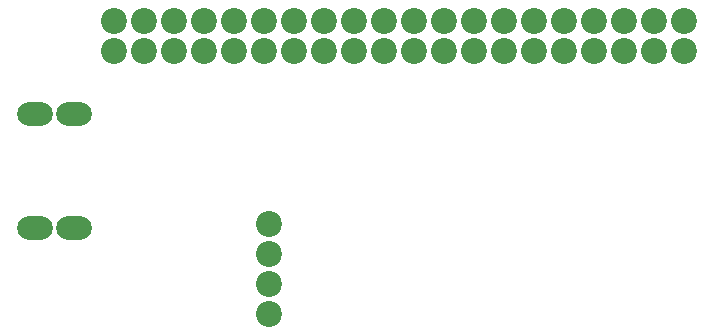
<source format=gbr>
%FSLAX34Y34*%
%MOMM*%
%LNSOLDERMASK_BOTTOM*%
G71*
G01*
%ADD10C, 2.20*%
%ADD11C, 2.00*%
%LPD*%
X580231Y965994D02*
G54D10*
D03*
X580230Y940590D02*
G54D10*
D03*
X554831Y965994D02*
G54D10*
D03*
X554831Y940594D02*
G54D10*
D03*
X529431Y965994D02*
G54D10*
D03*
X529431Y940594D02*
G54D10*
D03*
X504030Y965990D02*
G54D10*
D03*
X504031Y940594D02*
G54D10*
D03*
X478631Y965994D02*
G54D10*
D03*
X478631Y940594D02*
G54D10*
D03*
X453230Y965990D02*
G54D10*
D03*
X453231Y940594D02*
G54D10*
D03*
X427831Y965994D02*
G54D10*
D03*
X427831Y940594D02*
G54D10*
D03*
X402431Y965994D02*
G54D10*
D03*
X402430Y940590D02*
G54D10*
D03*
X377031Y965994D02*
G54D10*
D03*
X377031Y940594D02*
G54D10*
D03*
X351631Y965994D02*
G54D10*
D03*
X351631Y940594D02*
G54D10*
D03*
X326230Y965990D02*
G54D10*
D03*
X326231Y940594D02*
G54D10*
D03*
X300831Y965994D02*
G54D10*
D03*
X300831Y940594D02*
G54D10*
D03*
X275431Y965994D02*
G54D10*
D03*
X275431Y940594D02*
G54D10*
D03*
X250030Y965990D02*
G54D10*
D03*
X250031Y940594D02*
G54D10*
D03*
X224631Y965994D02*
G54D10*
D03*
X224631Y940594D02*
G54D10*
D03*
X199231Y965994D02*
G54D10*
D03*
X199230Y940590D02*
G54D10*
D03*
X173831Y965994D02*
G54D10*
D03*
X173831Y940594D02*
G54D10*
D03*
X148430Y965990D02*
G54D10*
D03*
X123031Y965994D02*
G54D10*
D03*
X97631Y965994D02*
G54D10*
D03*
X148431Y940594D02*
G54D10*
D03*
X123031Y940594D02*
G54D10*
D03*
X97631Y940594D02*
G54D10*
D03*
X35926Y886972D02*
G54D11*
D03*
X35529Y886972D02*
G54D11*
D03*
X35132Y886972D02*
G54D11*
D03*
X34735Y886972D02*
G54D11*
D03*
X34338Y886972D02*
G54D11*
D03*
X33941Y886972D02*
G54D11*
D03*
X33544Y886972D02*
G54D11*
D03*
X33147Y886972D02*
G54D11*
D03*
X32750Y886972D02*
G54D11*
D03*
X32354Y886972D02*
G54D11*
D03*
X31957Y886972D02*
G54D11*
D03*
X31560Y886972D02*
G54D11*
D03*
X31163Y886972D02*
G54D11*
D03*
X30766Y886972D02*
G54D11*
D03*
X30369Y886972D02*
G54D11*
D03*
X29972Y886972D02*
G54D11*
D03*
X29972Y886972D02*
G54D11*
D03*
X29576Y886972D02*
G54D11*
D03*
X29179Y886972D02*
G54D11*
D03*
X28782Y886972D02*
G54D11*
D03*
X28385Y886972D02*
G54D11*
D03*
X27988Y886972D02*
G54D11*
D03*
X27591Y886972D02*
G54D11*
D03*
X27194Y886972D02*
G54D11*
D03*
X26797Y886972D02*
G54D11*
D03*
X26400Y886972D02*
G54D11*
D03*
X26004Y886972D02*
G54D11*
D03*
X25607Y886972D02*
G54D11*
D03*
X25210Y886972D02*
G54D11*
D03*
X68866Y790134D02*
G54D11*
D03*
X68469Y790134D02*
G54D11*
D03*
X68072Y790134D02*
G54D11*
D03*
X67676Y790134D02*
G54D11*
D03*
X67279Y790134D02*
G54D11*
D03*
X66882Y790134D02*
G54D11*
D03*
X66485Y790134D02*
G54D11*
D03*
X66088Y790134D02*
G54D11*
D03*
X65691Y790134D02*
G54D11*
D03*
X65294Y790134D02*
G54D11*
D03*
X64897Y790134D02*
G54D11*
D03*
X64500Y790134D02*
G54D11*
D03*
X64104Y790134D02*
G54D11*
D03*
X63707Y790134D02*
G54D11*
D03*
X63310Y790134D02*
G54D11*
D03*
X62913Y790134D02*
G54D11*
D03*
X62913Y790134D02*
G54D11*
D03*
X62516Y790134D02*
G54D11*
D03*
X62119Y790134D02*
G54D11*
D03*
X61722Y790134D02*
G54D11*
D03*
X61326Y790134D02*
G54D11*
D03*
X60929Y790134D02*
G54D11*
D03*
X60532Y790134D02*
G54D11*
D03*
X60135Y790134D02*
G54D11*
D03*
X59738Y790134D02*
G54D11*
D03*
X59341Y790134D02*
G54D11*
D03*
X58944Y790134D02*
G54D11*
D03*
X58547Y790134D02*
G54D11*
D03*
X58150Y790134D02*
G54D11*
D03*
X68866Y886972D02*
G54D11*
D03*
X68469Y886972D02*
G54D11*
D03*
X68072Y886972D02*
G54D11*
D03*
X67676Y886972D02*
G54D11*
D03*
X67279Y886972D02*
G54D11*
D03*
X66882Y886972D02*
G54D11*
D03*
X66485Y886972D02*
G54D11*
D03*
X66088Y886972D02*
G54D11*
D03*
X65691Y886972D02*
G54D11*
D03*
X65294Y886972D02*
G54D11*
D03*
X64897Y886972D02*
G54D11*
D03*
X64500Y886972D02*
G54D11*
D03*
X64104Y886972D02*
G54D11*
D03*
X63707Y886972D02*
G54D11*
D03*
X63310Y886972D02*
G54D11*
D03*
X62913Y886972D02*
G54D11*
D03*
X62913Y886972D02*
G54D11*
D03*
X62516Y886972D02*
G54D11*
D03*
X62119Y886972D02*
G54D11*
D03*
X61722Y886972D02*
G54D11*
D03*
X61326Y886972D02*
G54D11*
D03*
X60929Y886972D02*
G54D11*
D03*
X60532Y886972D02*
G54D11*
D03*
X60135Y886972D02*
G54D11*
D03*
X59738Y886972D02*
G54D11*
D03*
X59341Y886972D02*
G54D11*
D03*
X58944Y886972D02*
G54D11*
D03*
X58547Y886972D02*
G54D11*
D03*
X58150Y886972D02*
G54D11*
D03*
X35926Y790134D02*
G54D11*
D03*
X35529Y790134D02*
G54D11*
D03*
X35132Y790134D02*
G54D11*
D03*
X34735Y790134D02*
G54D11*
D03*
X34338Y790134D02*
G54D11*
D03*
X33941Y790134D02*
G54D11*
D03*
X33544Y790134D02*
G54D11*
D03*
X33147Y790134D02*
G54D11*
D03*
X32750Y790134D02*
G54D11*
D03*
X32354Y790134D02*
G54D11*
D03*
X31957Y790134D02*
G54D11*
D03*
X31560Y790134D02*
G54D11*
D03*
X31163Y790134D02*
G54D11*
D03*
X30766Y790134D02*
G54D11*
D03*
X30369Y790134D02*
G54D11*
D03*
X29972Y790134D02*
G54D11*
D03*
X29972Y790134D02*
G54D11*
D03*
X29576Y790134D02*
G54D11*
D03*
X29179Y790134D02*
G54D11*
D03*
X28782Y790134D02*
G54D11*
D03*
X28385Y790134D02*
G54D11*
D03*
X27988Y790134D02*
G54D11*
D03*
X27591Y790134D02*
G54D11*
D03*
X27194Y790134D02*
G54D11*
D03*
X26797Y790134D02*
G54D11*
D03*
X26400Y790134D02*
G54D11*
D03*
X26004Y790134D02*
G54D11*
D03*
X25607Y790134D02*
G54D11*
D03*
X25210Y790134D02*
G54D11*
D03*
X228600Y793750D02*
G54D10*
D03*
X228600Y768350D02*
G54D10*
D03*
X228600Y742950D02*
G54D10*
D03*
X228600Y717550D02*
G54D10*
D03*
M02*

</source>
